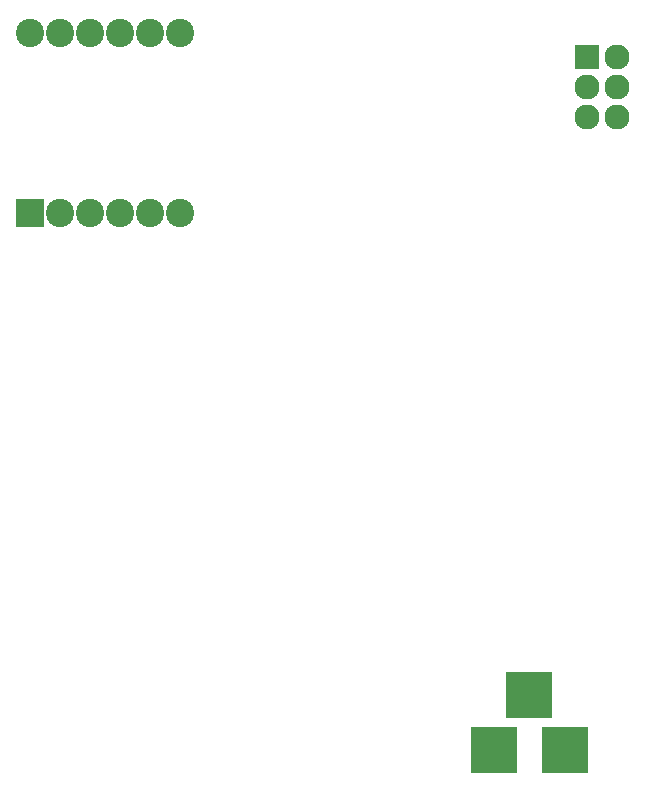
<source format=gbs>
G04 #@! TF.FileFunction,Soldermask,Bot*
%FSLAX46Y46*%
G04 Gerber Fmt 4.6, Leading zero omitted, Abs format (unit mm)*
G04 Created by KiCad (PCBNEW 4.0.4-stable) date 11/18/16 12:36:53*
%MOMM*%
%LPD*%
G01*
G04 APERTURE LIST*
%ADD10C,0.100000*%
%ADD11R,2.432000X2.432000*%
%ADD12C,2.400000*%
%ADD13R,3.900120X3.900120*%
%ADD14R,2.127200X2.127200*%
%ADD15O,2.127200X2.127200*%
G04 APERTURE END LIST*
D10*
D11*
X125000000Y-65500000D03*
D12*
X127540000Y-65500000D03*
X130080000Y-65500000D03*
X132620000Y-65500000D03*
X135160000Y-65500000D03*
X137700000Y-65500000D03*
X132620000Y-50260000D03*
X135160000Y-50260000D03*
X125000000Y-50260000D03*
X127540000Y-50260000D03*
X137700000Y-50260000D03*
X130080000Y-50260000D03*
D13*
X164299860Y-111000000D03*
X170299340Y-111000000D03*
X167299600Y-106301000D03*
D14*
X172200000Y-52300000D03*
D15*
X174740000Y-52300000D03*
X172200000Y-54840000D03*
X174740000Y-54840000D03*
X172200000Y-57380000D03*
X174740000Y-57380000D03*
M02*

</source>
